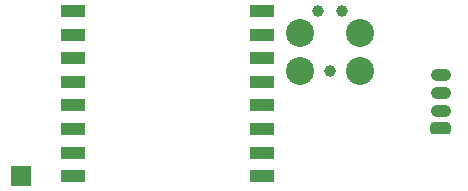
<source format=gbr>
%TF.GenerationSoftware,KiCad,Pcbnew,(5.1.9)-1*%
%TF.CreationDate,2022-06-19T12:13:52+03:00*%
%TF.ProjectId,jantteri-lora,6a616e74-7465-4726-992d-6c6f72612e6b,rev?*%
%TF.SameCoordinates,Original*%
%TF.FileFunction,Soldermask,Bot*%
%TF.FilePolarity,Negative*%
%FSLAX46Y46*%
G04 Gerber Fmt 4.6, Leading zero omitted, Abs format (unit mm)*
G04 Created by KiCad (PCBNEW (5.1.9)-1) date 2022-06-19 12:13:52*
%MOMM*%
%LPD*%
G01*
G04 APERTURE LIST*
%ADD10R,1.700000X1.700000*%
%ADD11C,2.374900*%
%ADD12C,0.990600*%
%ADD13O,1.730000X1.030000*%
%ADD14R,2.000000X1.000000*%
G04 APERTURE END LIST*
D10*
%TO.C,J1*%
X57454800Y-55829200D03*
%TD*%
D11*
%TO.C,J2*%
X86106000Y-46863000D03*
X81026000Y-46863000D03*
X81026000Y-43688000D03*
X86106000Y-43688000D03*
D12*
X82550000Y-41783000D03*
X84582000Y-41783000D03*
X83566000Y-46863000D03*
%TD*%
%TO.C,J3*%
G36*
G01*
X93579002Y-52280200D02*
X92348998Y-52280200D01*
G75*
G02*
X92099000Y-52030202I0J249998D01*
G01*
X92099000Y-51500198D01*
G75*
G02*
X92348998Y-51250200I249998J0D01*
G01*
X93579002Y-51250200D01*
G75*
G02*
X93829000Y-51500198I0J-249998D01*
G01*
X93829000Y-52030202D01*
G75*
G02*
X93579002Y-52280200I-249998J0D01*
G01*
G37*
D13*
X92964000Y-50265200D03*
X92964000Y-48765200D03*
X92964000Y-47265200D03*
%TD*%
D14*
%TO.C,U3*%
X77850000Y-41818800D03*
X77850000Y-43818800D03*
X77850000Y-45818800D03*
X77850000Y-47818800D03*
X77850000Y-49818800D03*
X77850000Y-51818800D03*
X77850000Y-53818800D03*
X77850000Y-55818800D03*
X61850000Y-55818800D03*
X61850000Y-53818800D03*
X61850000Y-51818800D03*
X61850000Y-49818800D03*
X61850000Y-47818800D03*
X61850000Y-45818800D03*
X61850000Y-43818800D03*
X61850000Y-41818800D03*
%TD*%
M02*

</source>
